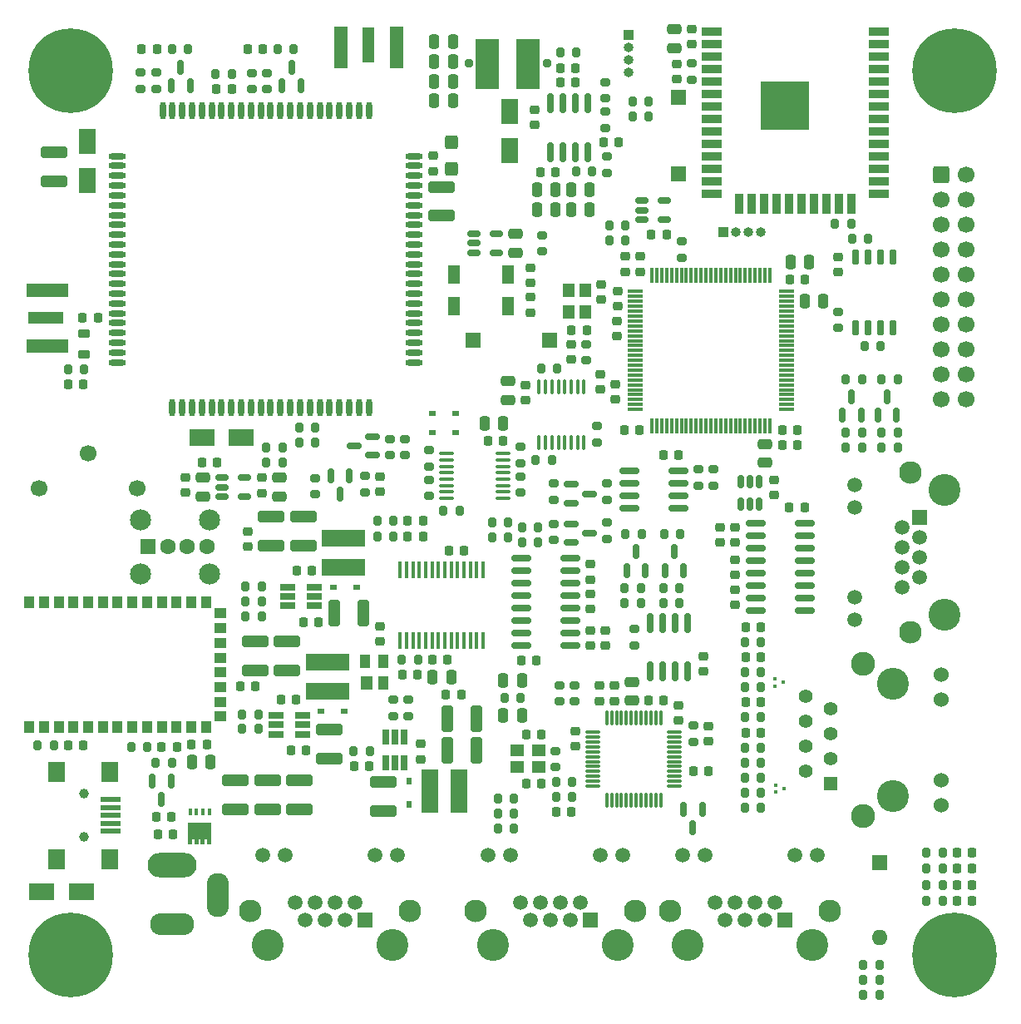
<source format=gts>
G04 #@! TF.GenerationSoftware,KiCad,Pcbnew,(6.0.0)*
G04 #@! TF.CreationDate,2022-04-27T13:01:12+04:00*
G04 #@! TF.ProjectId,Gateway_STM32_ver_2_0,47617465-7761-4795-9f53-544d33325f76,rev?*
G04 #@! TF.SameCoordinates,Original*
G04 #@! TF.FileFunction,Soldermask,Top*
G04 #@! TF.FilePolarity,Negative*
%FSLAX46Y46*%
G04 Gerber Fmt 4.6, Leading zero omitted, Abs format (unit mm)*
G04 Created by KiCad (PCBNEW (6.0.0)) date 2022-04-27 13:01:12*
%MOMM*%
%LPD*%
G01*
G04 APERTURE LIST*
G04 Aperture macros list*
%AMRoundRect*
0 Rectangle with rounded corners*
0 $1 Rounding radius*
0 $2 $3 $4 $5 $6 $7 $8 $9 X,Y pos of 4 corners*
0 Add a 4 corners polygon primitive as box body*
4,1,4,$2,$3,$4,$5,$6,$7,$8,$9,$2,$3,0*
0 Add four circle primitives for the rounded corners*
1,1,$1+$1,$2,$3*
1,1,$1+$1,$4,$5*
1,1,$1+$1,$6,$7*
1,1,$1+$1,$8,$9*
0 Add four rect primitives between the rounded corners*
20,1,$1+$1,$2,$3,$4,$5,0*
20,1,$1+$1,$4,$5,$6,$7,0*
20,1,$1+$1,$6,$7,$8,$9,0*
20,1,$1+$1,$8,$9,$2,$3,0*%
%AMFreePoly0*
4,1,17,1.395000,0.765000,0.855000,0.765000,0.855000,0.535000,1.395000,0.535000,1.395000,0.115000,0.855000,0.115000,0.855000,-0.115000,1.395000,-0.115000,1.395000,-0.535000,0.855000,-0.535000,0.855000,-0.765000,1.395000,-0.765000,1.395000,-1.185000,-0.855000,-1.185000,-0.855000,1.185000,1.395000,1.185000,1.395000,0.765000,1.395000,0.765000,$1*%
G04 Aperture macros list end*
%ADD10R,1.200000X1.400000*%
%ADD11R,1.000000X1.400000*%
%ADD12C,0.900000*%
%ADD13C,8.600000*%
%ADD14R,0.800000X0.600000*%
%ADD15RoundRect,0.200000X-0.200000X-0.275000X0.200000X-0.275000X0.200000X0.275000X-0.200000X0.275000X0*%
%ADD16RoundRect,0.150000X0.150000X-0.825000X0.150000X0.825000X-0.150000X0.825000X-0.150000X-0.825000X0*%
%ADD17RoundRect,0.200000X-0.275000X0.200000X-0.275000X-0.200000X0.275000X-0.200000X0.275000X0.200000X0*%
%ADD18RoundRect,0.150000X0.150000X-0.587500X0.150000X0.587500X-0.150000X0.587500X-0.150000X-0.587500X0*%
%ADD19R,4.500000X1.800000*%
%ADD20RoundRect,0.225000X0.250000X-0.225000X0.250000X0.225000X-0.250000X0.225000X-0.250000X-0.225000X0*%
%ADD21RoundRect,0.225000X-0.250000X0.225000X-0.250000X-0.225000X0.250000X-0.225000X0.250000X0.225000X0*%
%ADD22RoundRect,0.200000X0.200000X0.275000X-0.200000X0.275000X-0.200000X-0.275000X0.200000X-0.275000X0*%
%ADD23RoundRect,0.075000X0.662500X0.075000X-0.662500X0.075000X-0.662500X-0.075000X0.662500X-0.075000X0*%
%ADD24RoundRect,0.075000X0.075000X0.662500X-0.075000X0.662500X-0.075000X-0.662500X0.075000X-0.662500X0*%
%ADD25RoundRect,0.225000X-0.225000X-0.250000X0.225000X-0.250000X0.225000X0.250000X-0.225000X0.250000X0*%
%ADD26RoundRect,0.250000X0.250000X0.475000X-0.250000X0.475000X-0.250000X-0.475000X0.250000X-0.475000X0*%
%ADD27RoundRect,0.250000X0.475000X-0.250000X0.475000X0.250000X-0.475000X0.250000X-0.475000X-0.250000X0*%
%ADD28R,0.420000X0.700000*%
%ADD29FreePoly0,270.000000*%
%ADD30RoundRect,0.150000X-0.587500X-0.150000X0.587500X-0.150000X0.587500X0.150000X-0.587500X0.150000X0*%
%ADD31R,0.600000X0.800000*%
%ADD32RoundRect,0.100000X0.100000X-0.637500X0.100000X0.637500X-0.100000X0.637500X-0.100000X-0.637500X0*%
%ADD33RoundRect,0.200000X0.275000X-0.200000X0.275000X0.200000X-0.275000X0.200000X-0.275000X-0.200000X0*%
%ADD34RoundRect,0.250000X1.100000X-0.325000X1.100000X0.325000X-1.100000X0.325000X-1.100000X-0.325000X0*%
%ADD35RoundRect,0.250000X-0.250000X-0.475000X0.250000X-0.475000X0.250000X0.475000X-0.250000X0.475000X0*%
%ADD36RoundRect,0.225000X0.225000X0.250000X-0.225000X0.250000X-0.225000X-0.250000X0.225000X-0.250000X0*%
%ADD37C,1.000000*%
%ADD38R,2.000000X0.500000*%
%ADD39R,1.700000X2.000000*%
%ADD40RoundRect,0.250000X-1.100000X0.325000X-1.100000X-0.325000X1.100000X-0.325000X1.100000X0.325000X0*%
%ADD41R,1.500000X1.500000*%
%ADD42RoundRect,0.150000X0.150000X-0.512500X0.150000X0.512500X-0.150000X0.512500X-0.150000X-0.512500X0*%
%ADD43RoundRect,0.150000X0.850000X0.150000X-0.850000X0.150000X-0.850000X-0.150000X0.850000X-0.150000X0*%
%ADD44R,1.270000X3.600000*%
%ADD45R,1.350000X4.200000*%
%ADD46C,3.250000*%
%ADD47C,1.500000*%
%ADD48C,2.300000*%
%ADD49R,2.500000X1.800000*%
%ADD50RoundRect,0.218750X0.218750X0.256250X-0.218750X0.256250X-0.218750X-0.256250X0.218750X-0.256250X0*%
%ADD51R,1.800000X2.500000*%
%ADD52R,1.560000X0.650000*%
%ADD53RoundRect,0.100000X-0.637500X-0.100000X0.637500X-0.100000X0.637500X0.100000X-0.637500X0.100000X0*%
%ADD54R,1.400000X1.200000*%
%ADD55R,1.398000X1.398000*%
%ADD56C,1.398000*%
%ADD57C,1.530000*%
%ADD58C,2.445000*%
%ADD59RoundRect,0.150000X-0.150000X0.587500X-0.150000X-0.587500X0.150000X-0.587500X0.150000X0.587500X0*%
%ADD60RoundRect,0.150000X-0.825000X-0.150000X0.825000X-0.150000X0.825000X0.150000X-0.825000X0.150000X0*%
%ADD61R,1.300000X1.900000*%
%ADD62RoundRect,0.150000X-0.512500X-0.150000X0.512500X-0.150000X0.512500X0.150000X-0.512500X0.150000X0*%
%ADD63RoundRect,0.075000X-0.075000X-0.725000X0.075000X-0.725000X0.075000X0.725000X-0.075000X0.725000X0*%
%ADD64RoundRect,0.075000X-0.725000X-0.075000X0.725000X-0.075000X0.725000X0.075000X-0.725000X0.075000X0*%
%ADD65RoundRect,0.250000X0.425000X-0.450000X0.425000X0.450000X-0.425000X0.450000X-0.425000X-0.450000X0*%
%ADD66RoundRect,0.150000X-0.850000X-0.150000X0.850000X-0.150000X0.850000X0.150000X-0.850000X0.150000X0*%
%ADD67R,0.300000X0.300000*%
%ADD68RoundRect,0.150000X0.587500X0.150000X-0.587500X0.150000X-0.587500X-0.150000X0.587500X-0.150000X0*%
%ADD69R,0.450000X1.750000*%
%ADD70R,3.600000X1.270000*%
%ADD71R,4.200000X1.350000*%
%ADD72RoundRect,0.250000X-0.325000X-1.100000X0.325000X-1.100000X0.325000X1.100000X-0.325000X1.100000X0*%
%ADD73C,1.700000*%
%ADD74RoundRect,0.218750X-0.381250X0.218750X-0.381250X-0.218750X0.381250X-0.218750X0.381250X0.218750X0*%
%ADD75R,1.000000X1.300000*%
%ADD76R,1.300000X1.000000*%
%ADD77R,1.600000X1.600000*%
%ADD78O,1.600000X1.600000*%
%ADD79RoundRect,0.250000X-0.600000X-0.600000X0.600000X-0.600000X0.600000X0.600000X-0.600000X0.600000X0*%
%ADD80R,2.350000X5.100000*%
%ADD81O,5.000000X2.500000*%
%ADD82O,4.500000X2.250000*%
%ADD83O,2.250000X4.500000*%
%ADD84O,0.600000X1.800000*%
%ADD85O,1.800000X0.600000*%
%ADD86R,2.000000X0.900000*%
%ADD87R,0.900000X2.000000*%
%ADD88R,5.000000X5.000000*%
%ADD89R,1.000000X1.000000*%
%ADD90O,1.000000X1.000000*%
%ADD91R,1.800000X4.500000*%
%ADD92RoundRect,0.150000X-0.150000X0.825000X-0.150000X-0.825000X0.150000X-0.825000X0.150000X0.825000X0*%
%ADD93R,0.650000X1.560000*%
%ADD94RoundRect,0.250000X-0.475000X0.250000X-0.475000X-0.250000X0.475000X-0.250000X0.475000X0.250000X0*%
%ADD95C,1.600000*%
%ADD96C,2.150000*%
%ADD97RoundRect,0.150000X0.150000X-0.650000X0.150000X0.650000X-0.150000X0.650000X-0.150000X-0.650000X0*%
%ADD98C,0.950000*%
G04 APERTURE END LIST*
D10*
X75130000Y-137365000D03*
D11*
X76850000Y-137365000D03*
X76850000Y-135165000D03*
X74950000Y-135165000D03*
D12*
X45000000Y-161775000D03*
X47280419Y-162719581D03*
X41775000Y-165000000D03*
X42719581Y-167280419D03*
X48225000Y-165000000D03*
X45000000Y-168225000D03*
D13*
X45000000Y-165000000D03*
D12*
X47280419Y-167280419D03*
X42719581Y-162719581D03*
X138225000Y-165000000D03*
D13*
X135000000Y-165000000D03*
D12*
X132719581Y-162719581D03*
X135000000Y-168225000D03*
X132719581Y-167280419D03*
X131775000Y-165000000D03*
X135000000Y-161775000D03*
X137280419Y-162719581D03*
X137280419Y-167280419D03*
D14*
X71750000Y-127640000D03*
X74150000Y-127640000D03*
D15*
X62825000Y-127515000D03*
X64475000Y-127515000D03*
D16*
X93895000Y-83295000D03*
X95165000Y-83295000D03*
X96435000Y-83295000D03*
X97705000Y-83295000D03*
X97705000Y-78345000D03*
X96435000Y-78345000D03*
X95165000Y-78345000D03*
X93895000Y-78345000D03*
D17*
X107210000Y-92400000D03*
X107210000Y-94050000D03*
D18*
X101625000Y-125877500D03*
X103525000Y-125877500D03*
X102575000Y-124002500D03*
D19*
X71160000Y-138185000D03*
X71160000Y-135185000D03*
D15*
X51175000Y-143890000D03*
X52825000Y-143890000D03*
D20*
X63025000Y-123465000D03*
X63025000Y-121915000D03*
D21*
X96400000Y-142265000D03*
X96400000Y-143815000D03*
D22*
X43305000Y-143720000D03*
X41655000Y-143720000D03*
D23*
X106512500Y-147840000D03*
X106512500Y-147340000D03*
X106512500Y-146840000D03*
X106512500Y-146340000D03*
X106512500Y-145840000D03*
X106512500Y-145340000D03*
X106512500Y-144840000D03*
X106512500Y-144340000D03*
X106512500Y-143840000D03*
X106512500Y-143340000D03*
X106512500Y-142840000D03*
X106512500Y-142340000D03*
D24*
X105100000Y-140927500D03*
X104600000Y-140927500D03*
X104100000Y-140927500D03*
X103600000Y-140927500D03*
X103100000Y-140927500D03*
X102600000Y-140927500D03*
X102100000Y-140927500D03*
X101600000Y-140927500D03*
X101100000Y-140927500D03*
X100600000Y-140927500D03*
X100100000Y-140927500D03*
X99600000Y-140927500D03*
D23*
X98187500Y-142340000D03*
X98187500Y-142840000D03*
X98187500Y-143340000D03*
X98187500Y-143840000D03*
X98187500Y-144340000D03*
X98187500Y-144840000D03*
X98187500Y-145340000D03*
X98187500Y-145840000D03*
X98187500Y-146340000D03*
X98187500Y-146840000D03*
X98187500Y-147340000D03*
X98187500Y-147840000D03*
D24*
X99600000Y-149252500D03*
X100100000Y-149252500D03*
X100600000Y-149252500D03*
X101100000Y-149252500D03*
X101600000Y-149252500D03*
X102100000Y-149252500D03*
X102600000Y-149252500D03*
X103100000Y-149252500D03*
X103600000Y-149252500D03*
X104100000Y-149252500D03*
X104600000Y-149252500D03*
X105100000Y-149252500D03*
D17*
X102400000Y-131865000D03*
X102400000Y-133515000D03*
D25*
X91400000Y-147565000D03*
X92950000Y-147565000D03*
D21*
X106900000Y-139615000D03*
X106900000Y-141165000D03*
D17*
X93010000Y-93405000D03*
X93010000Y-91755000D03*
D26*
X97850000Y-87130000D03*
X95950000Y-87130000D03*
D21*
X108240000Y-70760000D03*
X108240000Y-72310000D03*
D27*
X58487500Y-118365000D03*
X58487500Y-116465000D03*
D28*
X59135000Y-150480000D03*
X58485000Y-150480000D03*
X57835000Y-150480000D03*
X57185000Y-150480000D03*
D29*
X58160000Y-152435000D03*
D30*
X95962500Y-121140000D03*
X95962500Y-123040000D03*
X97837500Y-122090000D03*
D31*
X79495000Y-147325000D03*
X79495000Y-149725000D03*
D30*
X95962500Y-117140000D03*
X95962500Y-119040000D03*
X97837500Y-118090000D03*
D25*
X53725000Y-150950000D03*
X55275000Y-150950000D03*
D10*
X95715000Y-97410000D03*
X95715000Y-99610000D03*
X97415000Y-99610000D03*
X97415000Y-97410000D03*
D25*
X94895000Y-74730000D03*
X96445000Y-74730000D03*
D22*
X66600000Y-113390000D03*
X64950000Y-113390000D03*
D17*
X94825000Y-137565000D03*
X94825000Y-139215000D03*
D32*
X92725000Y-112902500D03*
X93375000Y-112902500D03*
X94025000Y-112902500D03*
X94675000Y-112902500D03*
X95325000Y-112902500D03*
X95975000Y-112902500D03*
X96625000Y-112902500D03*
X97275000Y-112902500D03*
X97275000Y-107177500D03*
X96625000Y-107177500D03*
X95975000Y-107177500D03*
X95325000Y-107177500D03*
X94675000Y-107177500D03*
X94025000Y-107177500D03*
X93375000Y-107177500D03*
X92725000Y-107177500D03*
D18*
X123600000Y-110057500D03*
X125500000Y-110057500D03*
X124550000Y-108182500D03*
D22*
X103075000Y-127665000D03*
X101425000Y-127665000D03*
D33*
X99460000Y-77830000D03*
X99460000Y-76180000D03*
D15*
X66075000Y-72840000D03*
X67725000Y-72840000D03*
D20*
X91870000Y-96615000D03*
X91870000Y-95065000D03*
D27*
X90350000Y-93540000D03*
X90350000Y-91640000D03*
D34*
X67050000Y-136040000D03*
X67050000Y-133090000D03*
D35*
X82040000Y-72050000D03*
X83940000Y-72050000D03*
D36*
X119035000Y-111575000D03*
X117485000Y-111575000D03*
D15*
X99875000Y-90770000D03*
X101525000Y-90770000D03*
D18*
X55275000Y-76527500D03*
X57175000Y-76527500D03*
X56225000Y-74652500D03*
D37*
X46400000Y-153030000D03*
X46400000Y-148630000D03*
D38*
X49100000Y-149230000D03*
X49100000Y-150030000D03*
X49100000Y-150830000D03*
X49100000Y-151630000D03*
X49100000Y-152430000D03*
D39*
X49000000Y-155280000D03*
X43550000Y-155280000D03*
X43550000Y-146380000D03*
X49000000Y-146380000D03*
D40*
X76885000Y-147440000D03*
X76885000Y-150390000D03*
D20*
X111175000Y-123040000D03*
X111175000Y-121490000D03*
D41*
X93800000Y-102490000D03*
X86000000Y-102490000D03*
D42*
X113225000Y-119152500D03*
X114175000Y-119152500D03*
X115125000Y-119152500D03*
X115125000Y-116877500D03*
X114175000Y-116877500D03*
X113225000Y-116877500D03*
D17*
X94400000Y-144240000D03*
X94400000Y-145890000D03*
D15*
X92350000Y-114690000D03*
X94000000Y-114690000D03*
D17*
X96350000Y-137565000D03*
X96350000Y-139215000D03*
D22*
X90175000Y-152190000D03*
X88525000Y-152190000D03*
D35*
X92480000Y-87120000D03*
X94380000Y-87120000D03*
X82040000Y-74070000D03*
X83940000Y-74070000D03*
D15*
X125725000Y-167570000D03*
X127375000Y-167570000D03*
D17*
X97550000Y-102845000D03*
X97550000Y-104495000D03*
D33*
X108425000Y-143340000D03*
X108425000Y-141690000D03*
D17*
X123170000Y-99555000D03*
X123170000Y-101205000D03*
D15*
X101525000Y-122215000D03*
X103175000Y-122215000D03*
D33*
X65000000Y-76905000D03*
X65000000Y-75255000D03*
D43*
X95875000Y-133535000D03*
X95875000Y-132265000D03*
X95875000Y-130995000D03*
X95875000Y-129725000D03*
X95875000Y-128455000D03*
X95875000Y-127185000D03*
X95875000Y-125915000D03*
X95875000Y-124645000D03*
X90875000Y-124645000D03*
X90875000Y-125915000D03*
X90875000Y-127185000D03*
X90875000Y-128455000D03*
X90875000Y-129725000D03*
X90875000Y-130995000D03*
X90875000Y-132265000D03*
X90875000Y-133535000D03*
D15*
X68275000Y-111315000D03*
X69925000Y-111315000D03*
D44*
X75350000Y-72427500D03*
D45*
X72525000Y-72627500D03*
X78175000Y-72627500D03*
D20*
X100690000Y-98995000D03*
X100690000Y-97445000D03*
D46*
X133975000Y-117670000D03*
X133975000Y-130370000D03*
D41*
X131435000Y-120460000D03*
D47*
X129655000Y-121476000D03*
X131435000Y-122492000D03*
X129655000Y-123508000D03*
X131435000Y-124524000D03*
X129655000Y-125540000D03*
X131435000Y-126556000D03*
X129655000Y-127572000D03*
X124835000Y-117160000D03*
X124835000Y-119450000D03*
X124835000Y-128590000D03*
X124835000Y-130880000D03*
D48*
X130545000Y-115890000D03*
X130545000Y-132150000D03*
D15*
X125735000Y-166030000D03*
X127385000Y-166030000D03*
D25*
X96010000Y-101400000D03*
X97560000Y-101400000D03*
D46*
X107830000Y-163970000D03*
X120530000Y-163970000D03*
D41*
X117740000Y-161430000D03*
D47*
X116724000Y-159650000D03*
X115708000Y-161430000D03*
X114692000Y-159650000D03*
X113676000Y-161430000D03*
X112660000Y-159650000D03*
X111644000Y-161430000D03*
X110628000Y-159650000D03*
X121040000Y-154830000D03*
X118750000Y-154830000D03*
X109610000Y-154830000D03*
X107320000Y-154830000D03*
D48*
X106050000Y-160540000D03*
X122310000Y-160540000D03*
D49*
X58375000Y-112365000D03*
X62375000Y-112365000D03*
D36*
X100850000Y-82310000D03*
X99300000Y-82310000D03*
D22*
X92625000Y-123040000D03*
X90975000Y-123040000D03*
D17*
X74950000Y-116265000D03*
X74950000Y-117915000D03*
D20*
X112700000Y-123040000D03*
X112700000Y-121490000D03*
X81925000Y-85240000D03*
X81925000Y-83690000D03*
D21*
X91325000Y-107040000D03*
X91325000Y-108590000D03*
D22*
X129225000Y-106402500D03*
X127575000Y-106402500D03*
D33*
X94175000Y-118690000D03*
X94175000Y-117040000D03*
D25*
X81825000Y-134940000D03*
X83375000Y-134940000D03*
D15*
X127575000Y-111840000D03*
X129225000Y-111840000D03*
D50*
X136827500Y-154630000D03*
X135252500Y-154630000D03*
D36*
X119750000Y-119515000D03*
X118200000Y-119515000D03*
X69000000Y-144205000D03*
X67450000Y-144205000D03*
D15*
X59775000Y-75340000D03*
X61425000Y-75340000D03*
D51*
X89740000Y-79150000D03*
X89740000Y-83150000D03*
D21*
X96025000Y-102880000D03*
X96025000Y-104430000D03*
D18*
X127225000Y-110065000D03*
X129125000Y-110065000D03*
X128175000Y-108190000D03*
D22*
X96075000Y-147415000D03*
X94425000Y-147415000D03*
D35*
X119735000Y-98500000D03*
X121635000Y-98500000D03*
D25*
X113725000Y-131690000D03*
X115275000Y-131690000D03*
D15*
X125835000Y-103040000D03*
X127485000Y-103040000D03*
D50*
X53787500Y-72790000D03*
X52212500Y-72790000D03*
D36*
X75435000Y-145815000D03*
X73885000Y-145815000D03*
D15*
X102235000Y-78130000D03*
X103885000Y-78130000D03*
X113675000Y-148490000D03*
X115325000Y-148490000D03*
D34*
X65425000Y-123340000D03*
X65425000Y-120390000D03*
D50*
X136817500Y-159510000D03*
X135242500Y-159510000D03*
D52*
X67125000Y-127590000D03*
X67125000Y-128540000D03*
X67125000Y-129490000D03*
X69825000Y-129490000D03*
X69825000Y-128540000D03*
X69825000Y-127590000D03*
D53*
X83312500Y-113990000D03*
X83312500Y-114640000D03*
X83312500Y-115290000D03*
X83312500Y-115940000D03*
X83312500Y-116590000D03*
X83312500Y-117240000D03*
X83312500Y-117890000D03*
X83312500Y-118540000D03*
X89037500Y-118540000D03*
X89037500Y-117890000D03*
X89037500Y-117240000D03*
X89037500Y-116590000D03*
X89037500Y-115940000D03*
X89037500Y-115290000D03*
X89037500Y-114640000D03*
X89037500Y-113990000D03*
D21*
X100350000Y-137615000D03*
X100350000Y-139165000D03*
D22*
X64475000Y-129040000D03*
X62825000Y-129040000D03*
D15*
X132165000Y-154620000D03*
X133815000Y-154620000D03*
D46*
X100740000Y-163970000D03*
X88040000Y-163970000D03*
D41*
X97950000Y-161430000D03*
D47*
X96934000Y-159650000D03*
X95918000Y-161430000D03*
X94902000Y-159650000D03*
X93886000Y-161430000D03*
X92870000Y-159650000D03*
X91854000Y-161430000D03*
X90838000Y-159650000D03*
X101250000Y-154830000D03*
X98960000Y-154830000D03*
X89820000Y-154830000D03*
X87530000Y-154830000D03*
D48*
X86260000Y-160540000D03*
X102520000Y-160540000D03*
D22*
X89550000Y-120965000D03*
X87900000Y-120965000D03*
X107000000Y-127665000D03*
X105350000Y-127665000D03*
D20*
X92300000Y-80515000D03*
X92300000Y-78965000D03*
D15*
X123950000Y-111845000D03*
X125600000Y-111845000D03*
D22*
X96495000Y-73200000D03*
X94845000Y-73200000D03*
D36*
X119810000Y-96250000D03*
X118260000Y-96250000D03*
D17*
X110450000Y-115615000D03*
X110450000Y-117265000D03*
D27*
X89550000Y-108540000D03*
X89550000Y-106640000D03*
D15*
X76250000Y-122440000D03*
X77900000Y-122440000D03*
D25*
X94895000Y-76250000D03*
X96445000Y-76250000D03*
D54*
X92675000Y-144215000D03*
X90475000Y-144215000D03*
X90475000Y-145915000D03*
X92675000Y-145915000D03*
D15*
X132165000Y-156240000D03*
X133815000Y-156240000D03*
D36*
X106900000Y-114115000D03*
X105350000Y-114115000D03*
D50*
X136817500Y-157880000D03*
X135242500Y-157880000D03*
D17*
X90825000Y-113315000D03*
X90825000Y-114965000D03*
X108925000Y-115615000D03*
X108925000Y-117265000D03*
D46*
X128760000Y-148872500D03*
X128760000Y-137442500D03*
D55*
X122410000Y-147607500D03*
D56*
X119870000Y-146337500D03*
X122410000Y-145067500D03*
X119870000Y-143797500D03*
X122410000Y-142527500D03*
X119870000Y-141257500D03*
X122410000Y-139987500D03*
X119870000Y-138717500D03*
D57*
X133660000Y-149782500D03*
X133660000Y-147242500D03*
X133660000Y-139072500D03*
X133660000Y-136532500D03*
D58*
X125710000Y-150902500D03*
X125710000Y-135412500D03*
D59*
X55230000Y-147292500D03*
X53330000Y-147292500D03*
X54280000Y-149167500D03*
D50*
X80887500Y-122440000D03*
X79312500Y-122440000D03*
D15*
X105450000Y-122215000D03*
X107100000Y-122215000D03*
X64950000Y-114915000D03*
X66600000Y-114915000D03*
D21*
X99070000Y-96755000D03*
X99070000Y-98305000D03*
D60*
X101950000Y-115735000D03*
X101950000Y-117005000D03*
X101950000Y-118275000D03*
X101950000Y-119545000D03*
X106900000Y-119545000D03*
X106900000Y-118275000D03*
X106900000Y-117005000D03*
X106900000Y-115735000D03*
D15*
X92900000Y-105365000D03*
X94550000Y-105365000D03*
D36*
X55825000Y-143890000D03*
X54275000Y-143890000D03*
D61*
X89520000Y-95755000D03*
X84020000Y-95755000D03*
X84020000Y-98955000D03*
X89520000Y-98955000D03*
D33*
X94175000Y-122815000D03*
X94175000Y-121165000D03*
D15*
X62825000Y-130565000D03*
X64475000Y-130565000D03*
D59*
X109325000Y-150227500D03*
X107425000Y-150227500D03*
X108375000Y-152102500D03*
D35*
X82040000Y-76090000D03*
X83940000Y-76090000D03*
D20*
X97925000Y-129840000D03*
X97925000Y-128290000D03*
D50*
X46307500Y-143720000D03*
X44732500Y-143720000D03*
D33*
X99450000Y-80855000D03*
X99450000Y-79205000D03*
D21*
X99450000Y-131990000D03*
X99450000Y-133540000D03*
D62*
X88367500Y-91640000D03*
X88367500Y-93540000D03*
X86092500Y-93540000D03*
X86092500Y-92590000D03*
X86092500Y-91640000D03*
D36*
X80350000Y-136465000D03*
X78800000Y-136465000D03*
D22*
X92625000Y-121515000D03*
X90975000Y-121515000D03*
D21*
X91870000Y-98085000D03*
X91870000Y-99635000D03*
D15*
X76250000Y-120815000D03*
X77900000Y-120815000D03*
X82975000Y-119840000D03*
X84625000Y-119840000D03*
D36*
X105425000Y-139140000D03*
X103875000Y-139140000D03*
D15*
X99875000Y-92290000D03*
X101525000Y-92290000D03*
D25*
X58375000Y-114915000D03*
X59925000Y-114915000D03*
D36*
X109950000Y-146340000D03*
X108400000Y-146340000D03*
D52*
X65950000Y-140655000D03*
X65950000Y-141605000D03*
X65950000Y-142555000D03*
X68650000Y-142555000D03*
X68650000Y-141605000D03*
X68650000Y-140655000D03*
D21*
X103010000Y-93925000D03*
X103010000Y-95475000D03*
D36*
X119035000Y-113100000D03*
X117485000Y-113100000D03*
D17*
X79415000Y-139040000D03*
X79415000Y-140690000D03*
D63*
X104210000Y-95825000D03*
X104710000Y-95825000D03*
X105210000Y-95825000D03*
X105710000Y-95825000D03*
X106210000Y-95825000D03*
X106710000Y-95825000D03*
X107210000Y-95825000D03*
X107710000Y-95825000D03*
X108210000Y-95825000D03*
X108710000Y-95825000D03*
X109210000Y-95825000D03*
X109710000Y-95825000D03*
X110210000Y-95825000D03*
X110710000Y-95825000D03*
X111210000Y-95825000D03*
X111710000Y-95825000D03*
X112210000Y-95825000D03*
X112710000Y-95825000D03*
X113210000Y-95825000D03*
X113710000Y-95825000D03*
X114210000Y-95825000D03*
X114710000Y-95825000D03*
X115210000Y-95825000D03*
X115710000Y-95825000D03*
X116210000Y-95825000D03*
D64*
X117885000Y-97500000D03*
X117885000Y-98000000D03*
X117885000Y-98500000D03*
X117885000Y-99000000D03*
X117885000Y-99500000D03*
X117885000Y-100000000D03*
X117885000Y-100500000D03*
X117885000Y-101000000D03*
X117885000Y-101500000D03*
X117885000Y-102000000D03*
X117885000Y-102500000D03*
X117885000Y-103000000D03*
X117885000Y-103500000D03*
X117885000Y-104000000D03*
X117885000Y-104500000D03*
X117885000Y-105000000D03*
X117885000Y-105500000D03*
X117885000Y-106000000D03*
X117885000Y-106500000D03*
X117885000Y-107000000D03*
X117885000Y-107500000D03*
X117885000Y-108000000D03*
X117885000Y-108500000D03*
X117885000Y-109000000D03*
X117885000Y-109500000D03*
D63*
X116210000Y-111175000D03*
X115710000Y-111175000D03*
X115210000Y-111175000D03*
X114710000Y-111175000D03*
X114210000Y-111175000D03*
X113710000Y-111175000D03*
X113210000Y-111175000D03*
X112710000Y-111175000D03*
X112210000Y-111175000D03*
X111710000Y-111175000D03*
X111210000Y-111175000D03*
X110710000Y-111175000D03*
X110210000Y-111175000D03*
X109710000Y-111175000D03*
X109210000Y-111175000D03*
X108710000Y-111175000D03*
X108210000Y-111175000D03*
X107710000Y-111175000D03*
X107210000Y-111175000D03*
X106710000Y-111175000D03*
X106210000Y-111175000D03*
X105710000Y-111175000D03*
X105210000Y-111175000D03*
X104710000Y-111175000D03*
X104210000Y-111175000D03*
D64*
X102535000Y-109500000D03*
X102535000Y-109000000D03*
X102535000Y-108500000D03*
X102535000Y-108000000D03*
X102535000Y-107500000D03*
X102535000Y-107000000D03*
X102535000Y-106500000D03*
X102535000Y-106000000D03*
X102535000Y-105500000D03*
X102535000Y-105000000D03*
X102535000Y-104500000D03*
X102535000Y-104000000D03*
X102535000Y-103500000D03*
X102535000Y-103000000D03*
X102535000Y-102500000D03*
X102535000Y-102000000D03*
X102535000Y-101500000D03*
X102535000Y-101000000D03*
X102535000Y-100500000D03*
X102535000Y-100000000D03*
X102535000Y-99500000D03*
X102535000Y-99000000D03*
X102535000Y-98500000D03*
X102535000Y-98000000D03*
X102535000Y-97500000D03*
D19*
X72825000Y-125590000D03*
X72825000Y-122590000D03*
D12*
X42719581Y-77280419D03*
X47280419Y-72719581D03*
X42719581Y-72719581D03*
X48225000Y-75000000D03*
X45000000Y-78225000D03*
X45000000Y-71775000D03*
X41775000Y-75000000D03*
D13*
X45000000Y-75000000D03*
D12*
X47280419Y-77280419D03*
D34*
X82790000Y-89795000D03*
X82790000Y-86845000D03*
D40*
X61790000Y-147285000D03*
X61790000Y-150235000D03*
D50*
X136830000Y-156250000D03*
X135255000Y-156250000D03*
D40*
X43300000Y-83315000D03*
X43300000Y-86265000D03*
D35*
X92480000Y-89140000D03*
X94380000Y-89140000D03*
D25*
X68025000Y-125915000D03*
X69575000Y-125915000D03*
D22*
X96075000Y-148940000D03*
X94425000Y-148940000D03*
D65*
X83770000Y-85000000D03*
X83770000Y-82300000D03*
D33*
X81525000Y-118315000D03*
X81525000Y-116665000D03*
D22*
X75485000Y-144290000D03*
X73835000Y-144290000D03*
D66*
X114750000Y-121070000D03*
X114750000Y-122340000D03*
X114750000Y-123610000D03*
X114750000Y-124880000D03*
X114750000Y-126150000D03*
X114750000Y-127420000D03*
X114750000Y-128690000D03*
X114750000Y-129960000D03*
X119750000Y-129960000D03*
X119750000Y-128690000D03*
X119750000Y-127420000D03*
X119750000Y-126150000D03*
X119750000Y-124880000D03*
X119750000Y-123610000D03*
X119750000Y-122340000D03*
X119750000Y-121070000D03*
D21*
X112700000Y-124790000D03*
X112700000Y-126340000D03*
D41*
X106900000Y-85500000D03*
X106900000Y-77700000D03*
D25*
X91425000Y-142565000D03*
X92975000Y-142565000D03*
D15*
X113675000Y-136265000D03*
X115325000Y-136265000D03*
D40*
X71375000Y-142090000D03*
X71375000Y-145040000D03*
D59*
X73400000Y-116277500D03*
X71500000Y-116277500D03*
X72450000Y-118152500D03*
D25*
X46225000Y-100190000D03*
X47775000Y-100190000D03*
D21*
X80665000Y-143540000D03*
X80665000Y-145090000D03*
D14*
X84250000Y-111865000D03*
X81850000Y-111865000D03*
D67*
X116775000Y-147715000D03*
X116775000Y-148415000D03*
X117625000Y-148065000D03*
D33*
X98575000Y-112840000D03*
X98575000Y-111190000D03*
D35*
X81875000Y-136715000D03*
X83775000Y-136715000D03*
D20*
X106720000Y-75895000D03*
X106720000Y-74345000D03*
D68*
X75737500Y-114165000D03*
X75737500Y-112265000D03*
X73862500Y-113215000D03*
D12*
X132719581Y-77280419D03*
X137280419Y-72719581D03*
X138225000Y-75000000D03*
D13*
X135000000Y-75000000D03*
D12*
X131775000Y-75000000D03*
X135000000Y-78225000D03*
X135000000Y-71775000D03*
X137280419Y-77280419D03*
X132719581Y-72719581D03*
D50*
X64587500Y-72840000D03*
X63012500Y-72840000D03*
D25*
X83230000Y-138545000D03*
X84780000Y-138545000D03*
D18*
X105550000Y-125877500D03*
X107450000Y-125877500D03*
X106500000Y-124002500D03*
D21*
X97925000Y-125265000D03*
X97925000Y-126815000D03*
D69*
X87025000Y-125790000D03*
X86375000Y-125790000D03*
X85725000Y-125790000D03*
X85075000Y-125790000D03*
X84425000Y-125790000D03*
X83775000Y-125790000D03*
X83125000Y-125790000D03*
X82475000Y-125790000D03*
X81825000Y-125790000D03*
X81175000Y-125790000D03*
X80525000Y-125790000D03*
X79875000Y-125790000D03*
X79225000Y-125790000D03*
X78575000Y-125790000D03*
X78575000Y-132990000D03*
X79225000Y-132990000D03*
X79875000Y-132990000D03*
X80525000Y-132990000D03*
X81175000Y-132990000D03*
X81825000Y-132990000D03*
X82475000Y-132990000D03*
X83125000Y-132990000D03*
X83775000Y-132990000D03*
X84425000Y-132990000D03*
X85075000Y-132990000D03*
X85725000Y-132990000D03*
X86375000Y-132990000D03*
X87025000Y-132990000D03*
D21*
X98825000Y-137615000D03*
X98825000Y-139165000D03*
D70*
X42450000Y-100190000D03*
D71*
X42650000Y-97365000D03*
X42650000Y-103015000D03*
D72*
X83350000Y-140945000D03*
X86300000Y-140945000D03*
D40*
X65050000Y-147285000D03*
X65050000Y-150235000D03*
D22*
X89550000Y-122490000D03*
X87900000Y-122490000D03*
D17*
X77550000Y-112515000D03*
X77550000Y-114165000D03*
D21*
X64450000Y-116465000D03*
X64450000Y-118015000D03*
D73*
X51810000Y-117550000D03*
X41810000Y-117550000D03*
X46810000Y-113950000D03*
D33*
X69925000Y-118140000D03*
X69925000Y-116490000D03*
D26*
X97850000Y-89150000D03*
X95950000Y-89150000D03*
D17*
X63450000Y-75255000D03*
X63450000Y-76905000D03*
D36*
X115275000Y-134740000D03*
X113725000Y-134740000D03*
D21*
X98910000Y-105910000D03*
X98910000Y-107460000D03*
D74*
X46370000Y-101740000D03*
X46370000Y-103865000D03*
D75*
X40795000Y-141857500D03*
X42295000Y-141857500D03*
X43795000Y-141857500D03*
X45295000Y-141857500D03*
X46795000Y-141857500D03*
X48295000Y-141857500D03*
X49795000Y-141857500D03*
X51295000Y-141857500D03*
X52795000Y-141857500D03*
X54295000Y-141857500D03*
X55795000Y-141857500D03*
X57295000Y-141857500D03*
X58795000Y-141857500D03*
D76*
X60295000Y-140757500D03*
X60295000Y-139257500D03*
X60295000Y-137757500D03*
X60295000Y-136257500D03*
X60295000Y-134757500D03*
X60295000Y-133257500D03*
X60295000Y-131757500D03*
X60295000Y-130257500D03*
D75*
X58795000Y-129157500D03*
X57295000Y-129157500D03*
X55795000Y-129157500D03*
X54295000Y-129157500D03*
X52795000Y-129157500D03*
X51295000Y-129157500D03*
X49795000Y-129157500D03*
X48295000Y-129157500D03*
X46795000Y-129157500D03*
X45295000Y-129157500D03*
X43795000Y-129157500D03*
X42295000Y-129157500D03*
X40795000Y-129157500D03*
D77*
X127425000Y-155665000D03*
D78*
X127425000Y-163285000D03*
D25*
X113725000Y-142390000D03*
X115275000Y-142390000D03*
D36*
X63805000Y-137685000D03*
X62255000Y-137685000D03*
D14*
X84250000Y-109890000D03*
X81850000Y-109890000D03*
D15*
X132165000Y-157880000D03*
X133815000Y-157880000D03*
D21*
X100680000Y-100505000D03*
X100680000Y-102055000D03*
D20*
X100435000Y-108460000D03*
X100435000Y-106910000D03*
D15*
X123950000Y-113370000D03*
X125600000Y-113370000D03*
X102235000Y-79650000D03*
X103885000Y-79650000D03*
X113675000Y-146965000D03*
X115325000Y-146965000D03*
D22*
X103075000Y-129190000D03*
X101425000Y-129190000D03*
D21*
X76475000Y-131565000D03*
X76475000Y-133115000D03*
D22*
X90175000Y-149140000D03*
X88525000Y-149140000D03*
D79*
X133697500Y-85630000D03*
D73*
X136237500Y-85630000D03*
X133697500Y-88170000D03*
X136237500Y-88170000D03*
X133697500Y-90710000D03*
X136237500Y-90710000D03*
X133697500Y-93250000D03*
X136237500Y-93250000D03*
X133697500Y-95790000D03*
X136237500Y-95790000D03*
X133697500Y-98330000D03*
X136237500Y-98330000D03*
X133697500Y-100870000D03*
X136237500Y-100870000D03*
X133697500Y-103410000D03*
X136237500Y-103410000D03*
X133697500Y-105950000D03*
X136237500Y-105950000D03*
X133697500Y-108490000D03*
X136237500Y-108490000D03*
D15*
X127575000Y-113365000D03*
X129225000Y-113365000D03*
D46*
X77792000Y-163970000D03*
X65092000Y-163970000D03*
D41*
X75002000Y-161430000D03*
D47*
X73986000Y-159650000D03*
X72970000Y-161430000D03*
X71954000Y-159650000D03*
X70938000Y-161430000D03*
X69922000Y-159650000D03*
X68906000Y-161430000D03*
X67890000Y-159650000D03*
X78302000Y-154830000D03*
X76012000Y-154830000D03*
X66872000Y-154830000D03*
X64582000Y-154830000D03*
D48*
X63312000Y-160540000D03*
X79572000Y-160540000D03*
D15*
X55325000Y-72790000D03*
X56975000Y-72790000D03*
D36*
X105695000Y-91710000D03*
X104145000Y-91710000D03*
D22*
X69925000Y-112865000D03*
X68275000Y-112865000D03*
D25*
X66395000Y-138995000D03*
X67945000Y-138995000D03*
D36*
X55415000Y-152760000D03*
X53865000Y-152760000D03*
D26*
X90975000Y-140640000D03*
X89075000Y-140640000D03*
D15*
X124575000Y-92140000D03*
X126225000Y-92140000D03*
D80*
X91595000Y-74320000D03*
X87445000Y-74320000D03*
D33*
X52150000Y-76855000D03*
X52150000Y-75205000D03*
X90825000Y-117990000D03*
X90825000Y-116340000D03*
D17*
X53700000Y-75205000D03*
X53700000Y-76855000D03*
D21*
X97925000Y-131990000D03*
X97925000Y-133540000D03*
D22*
X115325000Y-140840000D03*
X113675000Y-140840000D03*
D26*
X120210000Y-94475000D03*
X118310000Y-94475000D03*
D20*
X76475000Y-117865000D03*
X76475000Y-116315000D03*
D50*
X80912500Y-120815000D03*
X79337500Y-120815000D03*
D22*
X107000000Y-129190000D03*
X105350000Y-129190000D03*
D21*
X109975000Y-141740000D03*
X109975000Y-143290000D03*
D34*
X63780000Y-136030000D03*
X63780000Y-133080000D03*
D22*
X46375000Y-105390000D03*
X44725000Y-105390000D03*
X115325000Y-150015000D03*
X113675000Y-150015000D03*
D36*
X58875000Y-143590000D03*
X57325000Y-143590000D03*
D20*
X109425000Y-136190000D03*
X109425000Y-134640000D03*
D22*
X127375000Y-169095000D03*
X125725000Y-169095000D03*
D81*
X55315000Y-155917500D03*
D82*
X55315000Y-161917500D03*
D83*
X60015000Y-158917500D03*
D84*
X55375000Y-109315000D03*
X56375000Y-109315000D03*
X57375000Y-109315000D03*
X58375000Y-109315000D03*
X59375000Y-109315000D03*
X60375000Y-109315000D03*
X61375000Y-109315000D03*
X62375000Y-109315000D03*
X63375000Y-109315000D03*
X64375000Y-109315000D03*
X65375000Y-109315000D03*
X66375000Y-109315000D03*
X67375000Y-109315000D03*
X68375000Y-109315000D03*
X69375000Y-109315000D03*
X70375000Y-109315000D03*
X71375000Y-109315000D03*
X72375000Y-109315000D03*
X73375000Y-109315000D03*
X74375000Y-109315000D03*
D85*
X79975000Y-103715000D03*
X79975000Y-102715000D03*
X79975000Y-101715000D03*
X79975000Y-100715000D03*
X79975000Y-99715000D03*
X79975000Y-98715000D03*
X79975000Y-97715000D03*
X79975000Y-96715000D03*
X79975000Y-95715000D03*
X79975000Y-94715000D03*
X79975000Y-93715000D03*
X79975000Y-92715000D03*
X79975000Y-91715000D03*
X79975000Y-90715000D03*
X79975000Y-89715000D03*
X79975000Y-88715000D03*
X79975000Y-87715000D03*
X79975000Y-86715000D03*
X79975000Y-85715000D03*
X79975000Y-84715000D03*
D84*
X74375000Y-79115000D03*
X73375000Y-79115000D03*
X72375000Y-79115000D03*
X71375000Y-79115000D03*
X70375000Y-79115000D03*
X69375000Y-79115000D03*
X68375000Y-79115000D03*
X67375000Y-79115000D03*
X66375000Y-79115000D03*
X65375000Y-79115000D03*
X64375000Y-79115000D03*
X63375000Y-79115000D03*
X62375000Y-79115000D03*
X61375000Y-79115000D03*
X60375000Y-79115000D03*
X59375000Y-79115000D03*
X58375000Y-79115000D03*
X57375000Y-79115000D03*
X56375000Y-79115000D03*
X55375000Y-79115000D03*
D85*
X49775000Y-84715000D03*
X49775000Y-85715000D03*
X49775000Y-86715000D03*
X49775000Y-87715000D03*
X49775000Y-88715000D03*
X49775000Y-89715000D03*
X49775000Y-90715000D03*
X49775000Y-91715000D03*
X49775000Y-92715000D03*
X49775000Y-93715000D03*
X49775000Y-94715000D03*
X49775000Y-95715000D03*
X49775000Y-96715000D03*
X49775000Y-97715000D03*
X49775000Y-98715000D03*
X49775000Y-99715000D03*
X49775000Y-100715000D03*
X49775000Y-101715000D03*
X49775000Y-102715000D03*
X49775000Y-103715000D03*
D84*
X75375000Y-109315000D03*
X75375000Y-79115000D03*
D85*
X79975000Y-83715000D03*
X79975000Y-104715000D03*
D84*
X54375000Y-79115000D03*
D85*
X49775000Y-104715000D03*
X49775000Y-83715000D03*
D86*
X110280000Y-71055000D03*
X110280000Y-72325000D03*
X110280000Y-73595000D03*
X110280000Y-74865000D03*
X110280000Y-76135000D03*
X110280000Y-77405000D03*
X110280000Y-78675000D03*
X110280000Y-79945000D03*
X110280000Y-81215000D03*
X110280000Y-82485000D03*
X110280000Y-83755000D03*
X110280000Y-85025000D03*
X110280000Y-86295000D03*
X110280000Y-87565000D03*
D87*
X113065000Y-88565000D03*
X114335000Y-88565000D03*
X115605000Y-88565000D03*
X116875000Y-88565000D03*
X118145000Y-88565000D03*
X119415000Y-88565000D03*
X120685000Y-88565000D03*
X121955000Y-88565000D03*
X123225000Y-88565000D03*
X124495000Y-88565000D03*
D86*
X127280000Y-87565000D03*
X127280000Y-86295000D03*
X127280000Y-85025000D03*
X127280000Y-83755000D03*
X127280000Y-82485000D03*
X127280000Y-81215000D03*
X127280000Y-79945000D03*
X127280000Y-78675000D03*
X127280000Y-77405000D03*
X127280000Y-76135000D03*
X127280000Y-74865000D03*
X127280000Y-73595000D03*
X127280000Y-72325000D03*
X127280000Y-71055000D03*
D88*
X117780000Y-78555000D03*
D22*
X64125000Y-142035000D03*
X62475000Y-142035000D03*
X125600000Y-106395000D03*
X123950000Y-106395000D03*
D21*
X56720000Y-116420000D03*
X56720000Y-117970000D03*
D51*
X46750000Y-86240000D03*
X46750000Y-82240000D03*
D22*
X124495000Y-90620000D03*
X122845000Y-90620000D03*
D36*
X61400000Y-76890000D03*
X59850000Y-76890000D03*
D15*
X78750000Y-134940000D03*
X80400000Y-134940000D03*
D25*
X94475000Y-150465000D03*
X96025000Y-150465000D03*
D34*
X68700000Y-123340000D03*
X68700000Y-120390000D03*
D33*
X77875000Y-140690000D03*
X77875000Y-139040000D03*
D67*
X116725000Y-136940000D03*
X116725000Y-137640000D03*
X117575000Y-137290000D03*
D89*
X101800000Y-71350000D03*
D90*
X101800000Y-72620000D03*
X101800000Y-73890000D03*
X101800000Y-75160000D03*
D15*
X132175000Y-159510000D03*
X133825000Y-159510000D03*
X89200000Y-138865000D03*
X90850000Y-138865000D03*
D89*
X111470000Y-91480000D03*
D90*
X112740000Y-91480000D03*
X114010000Y-91480000D03*
X115280000Y-91480000D03*
D15*
X96455000Y-85310000D03*
X98105000Y-85310000D03*
D91*
X81575000Y-148315000D03*
X84575000Y-148315000D03*
D22*
X55325000Y-145450000D03*
X53675000Y-145450000D03*
D25*
X87500000Y-112690000D03*
X89050000Y-112690000D03*
D20*
X112700000Y-129365000D03*
X112700000Y-127815000D03*
D36*
X85075000Y-123840000D03*
X83525000Y-123840000D03*
D27*
X102125000Y-139115000D03*
X102125000Y-137215000D03*
D35*
X82040000Y-78110000D03*
X83940000Y-78110000D03*
D27*
X106470000Y-72705000D03*
X106470000Y-70805000D03*
D92*
X107805000Y-131240000D03*
X106535000Y-131240000D03*
X105265000Y-131240000D03*
X103995000Y-131240000D03*
X103995000Y-136190000D03*
X105265000Y-136190000D03*
X106535000Y-136190000D03*
X107805000Y-136190000D03*
D35*
X57350000Y-145390000D03*
X59250000Y-145390000D03*
D72*
X83350000Y-144215000D03*
X86300000Y-144215000D03*
D18*
X66550000Y-76577500D03*
X68450000Y-76577500D03*
X67500000Y-74702500D03*
D21*
X123170000Y-93985000D03*
X123170000Y-95535000D03*
D36*
X46325000Y-106940000D03*
X44775000Y-106940000D03*
D22*
X90175000Y-150665000D03*
X88525000Y-150665000D03*
D93*
X78965000Y-142805000D03*
X78015000Y-142805000D03*
X77065000Y-142805000D03*
X77065000Y-145505000D03*
X78015000Y-145505000D03*
X78965000Y-145505000D03*
D94*
X115710000Y-113025000D03*
X115710000Y-114925000D03*
D17*
X99650000Y-117040000D03*
X99650000Y-118690000D03*
D40*
X68320000Y-147285000D03*
X68320000Y-150235000D03*
D36*
X70275000Y-131140000D03*
X68725000Y-131140000D03*
X115275000Y-139315000D03*
X113725000Y-139315000D03*
D27*
X66240000Y-118360000D03*
X66240000Y-116460000D03*
D17*
X99650000Y-121040000D03*
X99650000Y-122690000D03*
D21*
X116675000Y-116665000D03*
X116675000Y-118215000D03*
D33*
X79075000Y-114165000D03*
X79075000Y-112515000D03*
D17*
X81525000Y-113640000D03*
X81525000Y-115290000D03*
D77*
X52890000Y-123490000D03*
D95*
X54890000Y-123490000D03*
X56890000Y-123490000D03*
X58890000Y-123490000D03*
D96*
X59160000Y-126210000D03*
X52160000Y-126210000D03*
X52160000Y-120770000D03*
X59160000Y-120770000D03*
D25*
X92865000Y-85350000D03*
X94415000Y-85350000D03*
D15*
X113675000Y-137790000D03*
X115325000Y-137790000D03*
D97*
X124935000Y-101190000D03*
X126205000Y-101190000D03*
X127475000Y-101190000D03*
X128745000Y-101190000D03*
X128745000Y-93990000D03*
X127475000Y-93990000D03*
X126205000Y-93990000D03*
X124935000Y-93990000D03*
D25*
X90875000Y-135090000D03*
X92425000Y-135090000D03*
D21*
X101480000Y-93925000D03*
X101480000Y-95475000D03*
D62*
X103212500Y-88270000D03*
X103212500Y-89220000D03*
X103212500Y-90170000D03*
X105487500Y-90170000D03*
X105487500Y-88270000D03*
D22*
X115325000Y-145440000D03*
X113675000Y-145440000D03*
D26*
X89050000Y-110915000D03*
X87150000Y-110915000D03*
D72*
X71875000Y-130265000D03*
X74825000Y-130265000D03*
D35*
X89050000Y-137090000D03*
X90950000Y-137090000D03*
D22*
X115325000Y-133215000D03*
X113675000Y-133215000D03*
D17*
X108240000Y-74295000D03*
X108240000Y-75945000D03*
X99600000Y-83775000D03*
X99600000Y-85425000D03*
D49*
X46080000Y-158610000D03*
X42080000Y-158610000D03*
D25*
X101405000Y-111560000D03*
X102955000Y-111560000D03*
D14*
X70470000Y-140255000D03*
X72870000Y-140255000D03*
D22*
X115325000Y-143915000D03*
X113675000Y-143915000D03*
D15*
X62475000Y-140525000D03*
X64125000Y-140525000D03*
D62*
X60450000Y-116465000D03*
X60450000Y-117415000D03*
X60450000Y-118365000D03*
X62725000Y-118365000D03*
X62725000Y-116465000D03*
D98*
X85535000Y-74242500D03*
X93535000Y-74242500D03*
M02*

</source>
